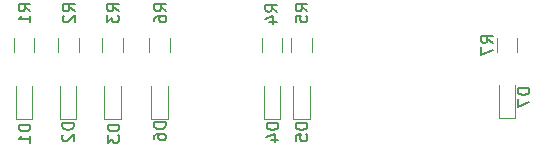
<source format=gbr>
G04 #@! TF.FileFunction,Legend,Bot*
%FSLAX46Y46*%
G04 Gerber Fmt 4.6, Leading zero omitted, Abs format (unit mm)*
G04 Created by KiCad (PCBNEW 4.0.6) date Thursday, 29 June 2017 'AMt' 11:53:14*
%MOMM*%
%LPD*%
G01*
G04 APERTURE LIST*
%ADD10C,0.100000*%
%ADD11C,0.120000*%
%ADD12C,0.150000*%
G04 APERTURE END LIST*
D10*
D11*
X121780000Y-76050000D02*
X121780000Y-74850000D01*
X120020000Y-74850000D02*
X120020000Y-76050000D01*
X117780000Y-76050000D02*
X117780000Y-74850000D01*
X116020000Y-74850000D02*
X116020000Y-76050000D01*
X131100000Y-81700000D02*
X129700000Y-81700000D01*
X129700000Y-81700000D02*
X129700000Y-78900000D01*
X131100000Y-81700000D02*
X131100000Y-78900000D01*
X110290000Y-76050000D02*
X110290000Y-74850000D01*
X108530000Y-74850000D02*
X108530000Y-76050000D01*
X110110000Y-81700000D02*
X108710000Y-81700000D01*
X108710000Y-81700000D02*
X108710000Y-78900000D01*
X110110000Y-81700000D02*
X110110000Y-78900000D01*
X117600000Y-81700000D02*
X116200000Y-81700000D01*
X116200000Y-81700000D02*
X116200000Y-78900000D01*
X117600000Y-81700000D02*
X117600000Y-78900000D01*
X133600000Y-81700000D02*
X132200000Y-81700000D01*
X132200000Y-81700000D02*
X132200000Y-78900000D01*
X133600000Y-81700000D02*
X133600000Y-78900000D01*
X131280000Y-76050000D02*
X131280000Y-74850000D01*
X129520000Y-74850000D02*
X129520000Y-76050000D01*
X133780000Y-76050000D02*
X133780000Y-74850000D01*
X132020000Y-74850000D02*
X132020000Y-76050000D01*
X151180000Y-76050000D02*
X151180000Y-74850000D01*
X149420000Y-74850000D02*
X149420000Y-76050000D01*
X151000000Y-81650000D02*
X149600000Y-81650000D01*
X149600000Y-81650000D02*
X149600000Y-78850000D01*
X151000000Y-81650000D02*
X151000000Y-78850000D01*
X114034999Y-76050000D02*
X114034999Y-74850000D01*
X112274999Y-74850000D02*
X112274999Y-76050000D01*
X113850000Y-81700000D02*
X112450000Y-81700000D01*
X112450000Y-81700000D02*
X112450000Y-78900000D01*
X113850000Y-81700000D02*
X113850000Y-78900000D01*
X121600000Y-81700000D02*
X120200000Y-81700000D01*
X120200000Y-81700000D02*
X120200000Y-78900000D01*
X121600000Y-81700000D02*
X121600000Y-78900000D01*
D12*
X121452381Y-72583334D02*
X120976190Y-72250000D01*
X121452381Y-72011905D02*
X120452381Y-72011905D01*
X120452381Y-72392858D01*
X120500000Y-72488096D01*
X120547619Y-72535715D01*
X120642857Y-72583334D01*
X120785714Y-72583334D01*
X120880952Y-72535715D01*
X120928571Y-72488096D01*
X120976190Y-72392858D01*
X120976190Y-72011905D01*
X120452381Y-73440477D02*
X120452381Y-73250000D01*
X120500000Y-73154762D01*
X120547619Y-73107143D01*
X120690476Y-73011905D01*
X120880952Y-72964286D01*
X121261905Y-72964286D01*
X121357143Y-73011905D01*
X121404762Y-73059524D01*
X121452381Y-73154762D01*
X121452381Y-73345239D01*
X121404762Y-73440477D01*
X121357143Y-73488096D01*
X121261905Y-73535715D01*
X121023810Y-73535715D01*
X120928571Y-73488096D01*
X120880952Y-73440477D01*
X120833333Y-73345239D01*
X120833333Y-73154762D01*
X120880952Y-73059524D01*
X120928571Y-73011905D01*
X121023810Y-72964286D01*
X117452381Y-72583334D02*
X116976190Y-72250000D01*
X117452381Y-72011905D02*
X116452381Y-72011905D01*
X116452381Y-72392858D01*
X116500000Y-72488096D01*
X116547619Y-72535715D01*
X116642857Y-72583334D01*
X116785714Y-72583334D01*
X116880952Y-72535715D01*
X116928571Y-72488096D01*
X116976190Y-72392858D01*
X116976190Y-72011905D01*
X116452381Y-72916667D02*
X116452381Y-73535715D01*
X116833333Y-73202381D01*
X116833333Y-73345239D01*
X116880952Y-73440477D01*
X116928571Y-73488096D01*
X117023810Y-73535715D01*
X117261905Y-73535715D01*
X117357143Y-73488096D01*
X117404762Y-73440477D01*
X117452381Y-73345239D01*
X117452381Y-73059524D01*
X117404762Y-72964286D01*
X117357143Y-72916667D01*
X130952381Y-82061905D02*
X129952381Y-82061905D01*
X129952381Y-82300000D01*
X130000000Y-82442858D01*
X130095238Y-82538096D01*
X130190476Y-82585715D01*
X130380952Y-82633334D01*
X130523810Y-82633334D01*
X130714286Y-82585715D01*
X130809524Y-82538096D01*
X130904762Y-82442858D01*
X130952381Y-82300000D01*
X130952381Y-82061905D01*
X130285714Y-83490477D02*
X130952381Y-83490477D01*
X129904762Y-83252381D02*
X130619048Y-83014286D01*
X130619048Y-83633334D01*
X109952381Y-72583334D02*
X109476190Y-72250000D01*
X109952381Y-72011905D02*
X108952381Y-72011905D01*
X108952381Y-72392858D01*
X109000000Y-72488096D01*
X109047619Y-72535715D01*
X109142857Y-72583334D01*
X109285714Y-72583334D01*
X109380952Y-72535715D01*
X109428571Y-72488096D01*
X109476190Y-72392858D01*
X109476190Y-72011905D01*
X109952381Y-73535715D02*
X109952381Y-72964286D01*
X109952381Y-73250000D02*
X108952381Y-73250000D01*
X109095238Y-73154762D01*
X109190476Y-73059524D01*
X109238095Y-72964286D01*
X109952381Y-82191905D02*
X108952381Y-82191905D01*
X108952381Y-82430000D01*
X109000000Y-82572858D01*
X109095238Y-82668096D01*
X109190476Y-82715715D01*
X109380952Y-82763334D01*
X109523810Y-82763334D01*
X109714286Y-82715715D01*
X109809524Y-82668096D01*
X109904762Y-82572858D01*
X109952381Y-82430000D01*
X109952381Y-82191905D01*
X109952381Y-83715715D02*
X109952381Y-83144286D01*
X109952381Y-83430000D02*
X108952381Y-83430000D01*
X109095238Y-83334762D01*
X109190476Y-83239524D01*
X109238095Y-83144286D01*
X117482381Y-82191905D02*
X116482381Y-82191905D01*
X116482381Y-82430000D01*
X116530000Y-82572858D01*
X116625238Y-82668096D01*
X116720476Y-82715715D01*
X116910952Y-82763334D01*
X117053810Y-82763334D01*
X117244286Y-82715715D01*
X117339524Y-82668096D01*
X117434762Y-82572858D01*
X117482381Y-82430000D01*
X117482381Y-82191905D01*
X116482381Y-83096667D02*
X116482381Y-83715715D01*
X116863333Y-83382381D01*
X116863333Y-83525239D01*
X116910952Y-83620477D01*
X116958571Y-83668096D01*
X117053810Y-83715715D01*
X117291905Y-83715715D01*
X117387143Y-83668096D01*
X117434762Y-83620477D01*
X117482381Y-83525239D01*
X117482381Y-83239524D01*
X117434762Y-83144286D01*
X117387143Y-83096667D01*
X133402381Y-82061905D02*
X132402381Y-82061905D01*
X132402381Y-82300000D01*
X132450000Y-82442858D01*
X132545238Y-82538096D01*
X132640476Y-82585715D01*
X132830952Y-82633334D01*
X132973810Y-82633334D01*
X133164286Y-82585715D01*
X133259524Y-82538096D01*
X133354762Y-82442858D01*
X133402381Y-82300000D01*
X133402381Y-82061905D01*
X132402381Y-83538096D02*
X132402381Y-83061905D01*
X132878571Y-83014286D01*
X132830952Y-83061905D01*
X132783333Y-83157143D01*
X132783333Y-83395239D01*
X132830952Y-83490477D01*
X132878571Y-83538096D01*
X132973810Y-83585715D01*
X133211905Y-83585715D01*
X133307143Y-83538096D01*
X133354762Y-83490477D01*
X133402381Y-83395239D01*
X133402381Y-83157143D01*
X133354762Y-83061905D01*
X133307143Y-83014286D01*
X130852381Y-72633334D02*
X130376190Y-72300000D01*
X130852381Y-72061905D02*
X129852381Y-72061905D01*
X129852381Y-72442858D01*
X129900000Y-72538096D01*
X129947619Y-72585715D01*
X130042857Y-72633334D01*
X130185714Y-72633334D01*
X130280952Y-72585715D01*
X130328571Y-72538096D01*
X130376190Y-72442858D01*
X130376190Y-72061905D01*
X130185714Y-73490477D02*
X130852381Y-73490477D01*
X129804762Y-73252381D02*
X130519048Y-73014286D01*
X130519048Y-73633334D01*
X133402381Y-72583334D02*
X132926190Y-72250000D01*
X133402381Y-72011905D02*
X132402381Y-72011905D01*
X132402381Y-72392858D01*
X132450000Y-72488096D01*
X132497619Y-72535715D01*
X132592857Y-72583334D01*
X132735714Y-72583334D01*
X132830952Y-72535715D01*
X132878571Y-72488096D01*
X132926190Y-72392858D01*
X132926190Y-72011905D01*
X132402381Y-73488096D02*
X132402381Y-73011905D01*
X132878571Y-72964286D01*
X132830952Y-73011905D01*
X132783333Y-73107143D01*
X132783333Y-73345239D01*
X132830952Y-73440477D01*
X132878571Y-73488096D01*
X132973810Y-73535715D01*
X133211905Y-73535715D01*
X133307143Y-73488096D01*
X133354762Y-73440477D01*
X133402381Y-73345239D01*
X133402381Y-73107143D01*
X133354762Y-73011905D01*
X133307143Y-72964286D01*
X149102381Y-75283334D02*
X148626190Y-74950000D01*
X149102381Y-74711905D02*
X148102381Y-74711905D01*
X148102381Y-75092858D01*
X148150000Y-75188096D01*
X148197619Y-75235715D01*
X148292857Y-75283334D01*
X148435714Y-75283334D01*
X148530952Y-75235715D01*
X148578571Y-75188096D01*
X148626190Y-75092858D01*
X148626190Y-74711905D01*
X148102381Y-75616667D02*
X148102381Y-76283334D01*
X149102381Y-75854762D01*
X152202381Y-79111905D02*
X151202381Y-79111905D01*
X151202381Y-79350000D01*
X151250000Y-79492858D01*
X151345238Y-79588096D01*
X151440476Y-79635715D01*
X151630952Y-79683334D01*
X151773810Y-79683334D01*
X151964286Y-79635715D01*
X152059524Y-79588096D01*
X152154762Y-79492858D01*
X152202381Y-79350000D01*
X152202381Y-79111905D01*
X151202381Y-80016667D02*
X151202381Y-80683334D01*
X152202381Y-80254762D01*
X113702381Y-72583334D02*
X113226190Y-72250000D01*
X113702381Y-72011905D02*
X112702381Y-72011905D01*
X112702381Y-72392858D01*
X112750000Y-72488096D01*
X112797619Y-72535715D01*
X112892857Y-72583334D01*
X113035714Y-72583334D01*
X113130952Y-72535715D01*
X113178571Y-72488096D01*
X113226190Y-72392858D01*
X113226190Y-72011905D01*
X112797619Y-72964286D02*
X112750000Y-73011905D01*
X112702381Y-73107143D01*
X112702381Y-73345239D01*
X112750000Y-73440477D01*
X112797619Y-73488096D01*
X112892857Y-73535715D01*
X112988095Y-73535715D01*
X113130952Y-73488096D01*
X113702381Y-72916667D01*
X113702381Y-73535715D01*
X113642381Y-82081905D02*
X112642381Y-82081905D01*
X112642381Y-82320000D01*
X112690000Y-82462858D01*
X112785238Y-82558096D01*
X112880476Y-82605715D01*
X113070952Y-82653334D01*
X113213810Y-82653334D01*
X113404286Y-82605715D01*
X113499524Y-82558096D01*
X113594762Y-82462858D01*
X113642381Y-82320000D01*
X113642381Y-82081905D01*
X112737619Y-83034286D02*
X112690000Y-83081905D01*
X112642381Y-83177143D01*
X112642381Y-83415239D01*
X112690000Y-83510477D01*
X112737619Y-83558096D01*
X112832857Y-83605715D01*
X112928095Y-83605715D01*
X113070952Y-83558096D01*
X113642381Y-82986667D01*
X113642381Y-83605715D01*
X121402381Y-82011905D02*
X120402381Y-82011905D01*
X120402381Y-82250000D01*
X120450000Y-82392858D01*
X120545238Y-82488096D01*
X120640476Y-82535715D01*
X120830952Y-82583334D01*
X120973810Y-82583334D01*
X121164286Y-82535715D01*
X121259524Y-82488096D01*
X121354762Y-82392858D01*
X121402381Y-82250000D01*
X121402381Y-82011905D01*
X120402381Y-83440477D02*
X120402381Y-83250000D01*
X120450000Y-83154762D01*
X120497619Y-83107143D01*
X120640476Y-83011905D01*
X120830952Y-82964286D01*
X121211905Y-82964286D01*
X121307143Y-83011905D01*
X121354762Y-83059524D01*
X121402381Y-83154762D01*
X121402381Y-83345239D01*
X121354762Y-83440477D01*
X121307143Y-83488096D01*
X121211905Y-83535715D01*
X120973810Y-83535715D01*
X120878571Y-83488096D01*
X120830952Y-83440477D01*
X120783333Y-83345239D01*
X120783333Y-83154762D01*
X120830952Y-83059524D01*
X120878571Y-83011905D01*
X120973810Y-82964286D01*
M02*

</source>
